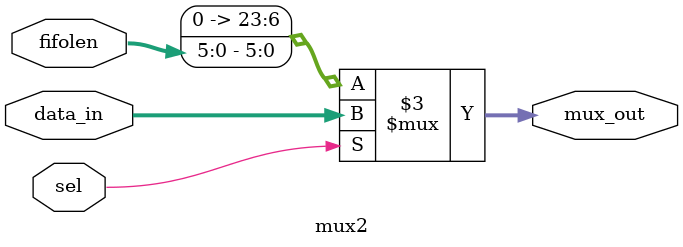
<source format=sv>
module mux2(
input logic [23:0] data_in,
input logic [5:0] fifolen,
input logic sel,
output logic [23:0] mux_out
);

assign mux_out = (sel == 1) ? data_in : fifolen;
endmodule
</source>
